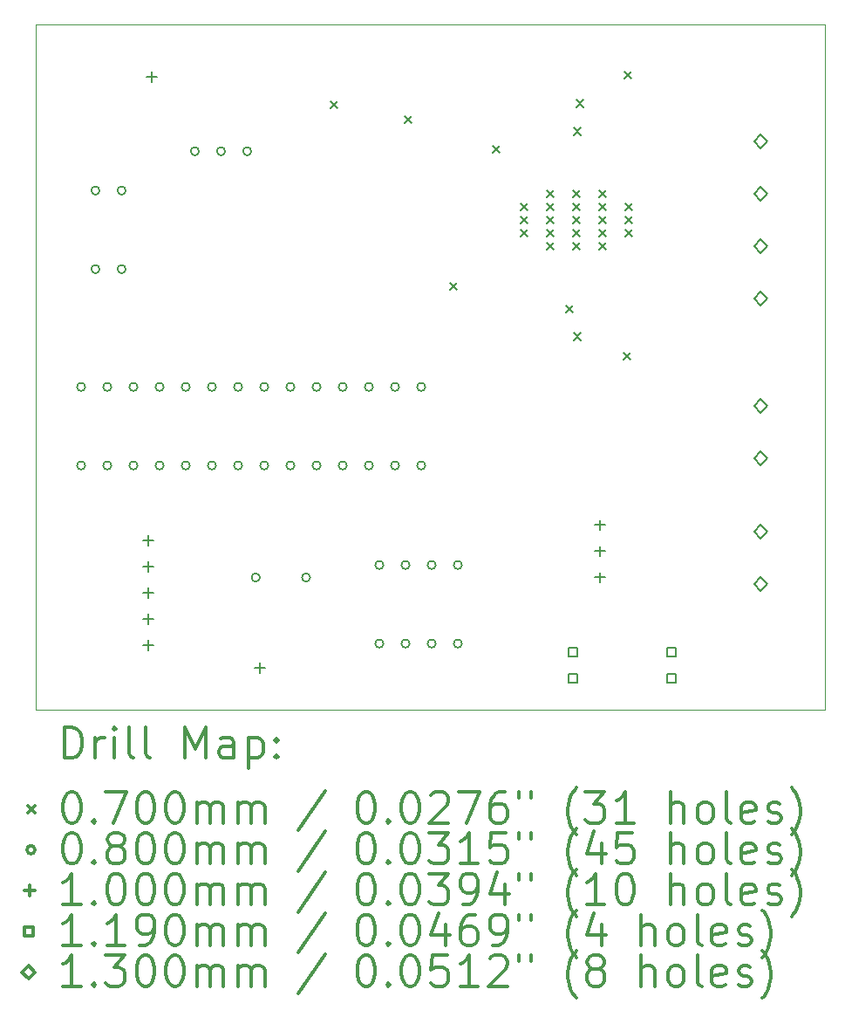
<source format=gbr>
%FSLAX45Y45*%
G04 Gerber Fmt 4.5, Leading zero omitted, Abs format (unit mm)*
G04 Created by KiCad (PCBNEW (5.1.10)-1) date 2022-05-23 16:09:33*
%MOMM*%
%LPD*%
G01*
G04 APERTURE LIST*
%TA.AperFunction,Profile*%
%ADD10C,0.050000*%
%TD*%
%ADD11C,0.200000*%
%ADD12C,0.300000*%
G04 APERTURE END LIST*
D10*
X3930650Y-2495550D02*
X3930650Y-2520950D01*
X11595100Y-2495550D02*
X3930650Y-2495550D01*
X3930650Y-2552700D02*
X3930650Y-2520950D01*
X3930650Y-9144000D02*
X3930650Y-2552700D01*
X11595100Y-9144000D02*
X3930650Y-9144000D01*
X11595100Y-2495550D02*
X11595100Y-9144000D01*
D11*
X6797600Y-3241600D02*
X6867600Y-3311600D01*
X6867600Y-3241600D02*
X6797600Y-3311600D01*
X7515150Y-3387650D02*
X7585150Y-3457650D01*
X7585150Y-3387650D02*
X7515150Y-3457650D01*
X7953300Y-5000550D02*
X8023300Y-5070550D01*
X8023300Y-5000550D02*
X7953300Y-5070550D01*
X8372400Y-3673400D02*
X8442400Y-3743400D01*
X8442400Y-3673400D02*
X8372400Y-3743400D01*
X8639100Y-4232200D02*
X8709100Y-4302200D01*
X8709100Y-4232200D02*
X8639100Y-4302200D01*
X8639100Y-4359200D02*
X8709100Y-4429200D01*
X8709100Y-4359200D02*
X8639100Y-4429200D01*
X8639100Y-4486200D02*
X8709100Y-4556200D01*
X8709100Y-4486200D02*
X8639100Y-4556200D01*
X8893100Y-4105200D02*
X8963100Y-4175200D01*
X8963100Y-4105200D02*
X8893100Y-4175200D01*
X8893100Y-4232200D02*
X8963100Y-4302200D01*
X8963100Y-4232200D02*
X8893100Y-4302200D01*
X8893100Y-4359200D02*
X8963100Y-4429200D01*
X8963100Y-4359200D02*
X8893100Y-4429200D01*
X8893100Y-4486200D02*
X8963100Y-4556200D01*
X8963100Y-4486200D02*
X8893100Y-4556200D01*
X8893100Y-4613200D02*
X8963100Y-4683200D01*
X8963100Y-4613200D02*
X8893100Y-4683200D01*
X9083600Y-5222800D02*
X9153600Y-5292800D01*
X9153600Y-5222800D02*
X9083600Y-5292800D01*
X9147100Y-4105200D02*
X9217100Y-4175200D01*
X9217100Y-4105200D02*
X9147100Y-4175200D01*
X9147100Y-4232200D02*
X9217100Y-4302200D01*
X9217100Y-4232200D02*
X9147100Y-4302200D01*
X9147100Y-4359200D02*
X9217100Y-4429200D01*
X9217100Y-4359200D02*
X9147100Y-4429200D01*
X9147100Y-4486200D02*
X9217100Y-4556200D01*
X9217100Y-4486200D02*
X9147100Y-4556200D01*
X9147100Y-4613200D02*
X9217100Y-4683200D01*
X9217100Y-4613200D02*
X9147100Y-4683200D01*
X9159800Y-3498900D02*
X9229800Y-3568900D01*
X9229800Y-3498900D02*
X9159800Y-3568900D01*
X9159800Y-5489500D02*
X9229800Y-5559500D01*
X9229800Y-5489500D02*
X9159800Y-5559500D01*
X9185200Y-3228900D02*
X9255200Y-3298900D01*
X9255200Y-3228900D02*
X9185200Y-3298900D01*
X9401100Y-4105200D02*
X9471100Y-4175200D01*
X9471100Y-4105200D02*
X9401100Y-4175200D01*
X9401100Y-4232200D02*
X9471100Y-4302200D01*
X9471100Y-4232200D02*
X9401100Y-4302200D01*
X9401100Y-4359200D02*
X9471100Y-4429200D01*
X9471100Y-4359200D02*
X9401100Y-4429200D01*
X9401100Y-4486200D02*
X9471100Y-4556200D01*
X9471100Y-4486200D02*
X9401100Y-4556200D01*
X9401100Y-4613200D02*
X9471100Y-4683200D01*
X9471100Y-4613200D02*
X9401100Y-4683200D01*
X9642400Y-5680000D02*
X9712400Y-5750000D01*
X9712400Y-5680000D02*
X9642400Y-5750000D01*
X9648750Y-2955850D02*
X9718750Y-3025850D01*
X9718750Y-2955850D02*
X9648750Y-3025850D01*
X9655100Y-4232200D02*
X9725100Y-4302200D01*
X9725100Y-4232200D02*
X9655100Y-4302200D01*
X9655100Y-4359200D02*
X9725100Y-4429200D01*
X9725100Y-4359200D02*
X9655100Y-4429200D01*
X9655100Y-4486200D02*
X9725100Y-4556200D01*
X9725100Y-4486200D02*
X9655100Y-4556200D01*
X4415150Y-6013450D02*
G75*
G03*
X4415150Y-6013450I-40000J0D01*
G01*
X4415150Y-6775450D02*
G75*
G03*
X4415150Y-6775450I-40000J0D01*
G01*
X4554850Y-4108450D02*
G75*
G03*
X4554850Y-4108450I-40000J0D01*
G01*
X4554850Y-4870450D02*
G75*
G03*
X4554850Y-4870450I-40000J0D01*
G01*
X4669150Y-6013450D02*
G75*
G03*
X4669150Y-6013450I-40000J0D01*
G01*
X4669150Y-6775450D02*
G75*
G03*
X4669150Y-6775450I-40000J0D01*
G01*
X4808850Y-4108450D02*
G75*
G03*
X4808850Y-4108450I-40000J0D01*
G01*
X4808850Y-4870450D02*
G75*
G03*
X4808850Y-4870450I-40000J0D01*
G01*
X4923150Y-6013450D02*
G75*
G03*
X4923150Y-6013450I-40000J0D01*
G01*
X4923150Y-6775450D02*
G75*
G03*
X4923150Y-6775450I-40000J0D01*
G01*
X5177150Y-6013450D02*
G75*
G03*
X5177150Y-6013450I-40000J0D01*
G01*
X5177150Y-6775450D02*
G75*
G03*
X5177150Y-6775450I-40000J0D01*
G01*
X5431150Y-6013450D02*
G75*
G03*
X5431150Y-6013450I-40000J0D01*
G01*
X5431150Y-6775450D02*
G75*
G03*
X5431150Y-6775450I-40000J0D01*
G01*
X5520050Y-3727450D02*
G75*
G03*
X5520050Y-3727450I-40000J0D01*
G01*
X5685150Y-6013450D02*
G75*
G03*
X5685150Y-6013450I-40000J0D01*
G01*
X5685150Y-6775450D02*
G75*
G03*
X5685150Y-6775450I-40000J0D01*
G01*
X5774050Y-3727450D02*
G75*
G03*
X5774050Y-3727450I-40000J0D01*
G01*
X5939150Y-6013450D02*
G75*
G03*
X5939150Y-6013450I-40000J0D01*
G01*
X5939150Y-6775450D02*
G75*
G03*
X5939150Y-6775450I-40000J0D01*
G01*
X6028050Y-3727450D02*
G75*
G03*
X6028050Y-3727450I-40000J0D01*
G01*
X6110600Y-7861300D02*
G75*
G03*
X6110600Y-7861300I-40000J0D01*
G01*
X6193150Y-6013450D02*
G75*
G03*
X6193150Y-6013450I-40000J0D01*
G01*
X6193150Y-6775450D02*
G75*
G03*
X6193150Y-6775450I-40000J0D01*
G01*
X6447150Y-6013450D02*
G75*
G03*
X6447150Y-6013450I-40000J0D01*
G01*
X6447150Y-6775450D02*
G75*
G03*
X6447150Y-6775450I-40000J0D01*
G01*
X6598600Y-7861300D02*
G75*
G03*
X6598600Y-7861300I-40000J0D01*
G01*
X6701150Y-6013450D02*
G75*
G03*
X6701150Y-6013450I-40000J0D01*
G01*
X6701150Y-6775450D02*
G75*
G03*
X6701150Y-6775450I-40000J0D01*
G01*
X6955150Y-6013450D02*
G75*
G03*
X6955150Y-6013450I-40000J0D01*
G01*
X6955150Y-6775450D02*
G75*
G03*
X6955150Y-6775450I-40000J0D01*
G01*
X7209150Y-6013450D02*
G75*
G03*
X7209150Y-6013450I-40000J0D01*
G01*
X7209150Y-6775450D02*
G75*
G03*
X7209150Y-6775450I-40000J0D01*
G01*
X7310750Y-7740650D02*
G75*
G03*
X7310750Y-7740650I-40000J0D01*
G01*
X7310750Y-8502650D02*
G75*
G03*
X7310750Y-8502650I-40000J0D01*
G01*
X7463150Y-6013450D02*
G75*
G03*
X7463150Y-6013450I-40000J0D01*
G01*
X7463150Y-6775450D02*
G75*
G03*
X7463150Y-6775450I-40000J0D01*
G01*
X7564750Y-7740650D02*
G75*
G03*
X7564750Y-7740650I-40000J0D01*
G01*
X7564750Y-8502650D02*
G75*
G03*
X7564750Y-8502650I-40000J0D01*
G01*
X7717150Y-6013450D02*
G75*
G03*
X7717150Y-6013450I-40000J0D01*
G01*
X7717150Y-6775450D02*
G75*
G03*
X7717150Y-6775450I-40000J0D01*
G01*
X7818750Y-7740650D02*
G75*
G03*
X7818750Y-7740650I-40000J0D01*
G01*
X7818750Y-8502650D02*
G75*
G03*
X7818750Y-8502650I-40000J0D01*
G01*
X8072750Y-7740650D02*
G75*
G03*
X8072750Y-7740650I-40000J0D01*
G01*
X8072750Y-8502650D02*
G75*
G03*
X8072750Y-8502650I-40000J0D01*
G01*
X5029200Y-7449350D02*
X5029200Y-7549350D01*
X4979200Y-7499350D02*
X5079200Y-7499350D01*
X5029200Y-7703350D02*
X5029200Y-7803350D01*
X4979200Y-7753350D02*
X5079200Y-7753350D01*
X5029200Y-7957350D02*
X5029200Y-8057350D01*
X4979200Y-8007350D02*
X5079200Y-8007350D01*
X5029200Y-8211350D02*
X5029200Y-8311350D01*
X4979200Y-8261350D02*
X5079200Y-8261350D01*
X5029200Y-8465350D02*
X5029200Y-8565350D01*
X4979200Y-8515350D02*
X5079200Y-8515350D01*
X5060950Y-2953550D02*
X5060950Y-3053550D01*
X5010950Y-3003550D02*
X5110950Y-3003550D01*
X6108700Y-8687600D02*
X6108700Y-8787600D01*
X6058700Y-8737600D02*
X6158700Y-8737600D01*
X9410700Y-7303300D02*
X9410700Y-7403300D01*
X9360700Y-7353300D02*
X9460700Y-7353300D01*
X9410700Y-7557300D02*
X9410700Y-7657300D01*
X9360700Y-7607300D02*
X9460700Y-7607300D01*
X9410700Y-7811300D02*
X9410700Y-7911300D01*
X9360700Y-7861300D02*
X9460700Y-7861300D01*
X9192423Y-8627273D02*
X9192423Y-8543127D01*
X9108277Y-8543127D01*
X9108277Y-8627273D01*
X9192423Y-8627273D01*
X9192423Y-8881273D02*
X9192423Y-8797127D01*
X9108277Y-8797127D01*
X9108277Y-8881273D01*
X9192423Y-8881273D01*
X10151273Y-8627273D02*
X10151273Y-8543127D01*
X10067127Y-8543127D01*
X10067127Y-8627273D01*
X10151273Y-8627273D01*
X10151273Y-8881273D02*
X10151273Y-8797127D01*
X10067127Y-8797127D01*
X10067127Y-8881273D01*
X10151273Y-8881273D01*
X10972800Y-3697200D02*
X11037800Y-3632200D01*
X10972800Y-3567200D01*
X10907800Y-3632200D01*
X10972800Y-3697200D01*
X10972800Y-4205200D02*
X11037800Y-4140200D01*
X10972800Y-4075200D01*
X10907800Y-4140200D01*
X10972800Y-4205200D01*
X10972800Y-4713200D02*
X11037800Y-4648200D01*
X10972800Y-4583200D01*
X10907800Y-4648200D01*
X10972800Y-4713200D01*
X10972800Y-5221200D02*
X11037800Y-5156200D01*
X10972800Y-5091200D01*
X10907800Y-5156200D01*
X10972800Y-5221200D01*
X10972800Y-6262600D02*
X11037800Y-6197600D01*
X10972800Y-6132600D01*
X10907800Y-6197600D01*
X10972800Y-6262600D01*
X10972800Y-6770600D02*
X11037800Y-6705600D01*
X10972800Y-6640600D01*
X10907800Y-6705600D01*
X10972800Y-6770600D01*
X10972800Y-7481800D02*
X11037800Y-7416800D01*
X10972800Y-7351800D01*
X10907800Y-7416800D01*
X10972800Y-7481800D01*
X10972800Y-7989800D02*
X11037800Y-7924800D01*
X10972800Y-7859800D01*
X10907800Y-7924800D01*
X10972800Y-7989800D01*
D12*
X4214578Y-9612214D02*
X4214578Y-9312214D01*
X4286007Y-9312214D01*
X4328864Y-9326500D01*
X4357436Y-9355072D01*
X4371721Y-9383643D01*
X4386007Y-9440786D01*
X4386007Y-9483643D01*
X4371721Y-9540786D01*
X4357436Y-9569357D01*
X4328864Y-9597929D01*
X4286007Y-9612214D01*
X4214578Y-9612214D01*
X4514578Y-9612214D02*
X4514578Y-9412214D01*
X4514578Y-9469357D02*
X4528864Y-9440786D01*
X4543150Y-9426500D01*
X4571721Y-9412214D01*
X4600293Y-9412214D01*
X4700293Y-9612214D02*
X4700293Y-9412214D01*
X4700293Y-9312214D02*
X4686007Y-9326500D01*
X4700293Y-9340786D01*
X4714578Y-9326500D01*
X4700293Y-9312214D01*
X4700293Y-9340786D01*
X4886007Y-9612214D02*
X4857436Y-9597929D01*
X4843150Y-9569357D01*
X4843150Y-9312214D01*
X5043150Y-9612214D02*
X5014578Y-9597929D01*
X5000293Y-9569357D01*
X5000293Y-9312214D01*
X5386007Y-9612214D02*
X5386007Y-9312214D01*
X5486007Y-9526500D01*
X5586007Y-9312214D01*
X5586007Y-9612214D01*
X5857436Y-9612214D02*
X5857436Y-9455072D01*
X5843150Y-9426500D01*
X5814578Y-9412214D01*
X5757436Y-9412214D01*
X5728864Y-9426500D01*
X5857436Y-9597929D02*
X5828864Y-9612214D01*
X5757436Y-9612214D01*
X5728864Y-9597929D01*
X5714578Y-9569357D01*
X5714578Y-9540786D01*
X5728864Y-9512214D01*
X5757436Y-9497929D01*
X5828864Y-9497929D01*
X5857436Y-9483643D01*
X6000293Y-9412214D02*
X6000293Y-9712214D01*
X6000293Y-9426500D02*
X6028864Y-9412214D01*
X6086007Y-9412214D01*
X6114578Y-9426500D01*
X6128864Y-9440786D01*
X6143150Y-9469357D01*
X6143150Y-9555072D01*
X6128864Y-9583643D01*
X6114578Y-9597929D01*
X6086007Y-9612214D01*
X6028864Y-9612214D01*
X6000293Y-9597929D01*
X6271721Y-9583643D02*
X6286007Y-9597929D01*
X6271721Y-9612214D01*
X6257436Y-9597929D01*
X6271721Y-9583643D01*
X6271721Y-9612214D01*
X6271721Y-9426500D02*
X6286007Y-9440786D01*
X6271721Y-9455072D01*
X6257436Y-9440786D01*
X6271721Y-9426500D01*
X6271721Y-9455072D01*
X3858150Y-10071500D02*
X3928150Y-10141500D01*
X3928150Y-10071500D02*
X3858150Y-10141500D01*
X4271721Y-9942214D02*
X4300293Y-9942214D01*
X4328864Y-9956500D01*
X4343150Y-9970786D01*
X4357436Y-9999357D01*
X4371721Y-10056500D01*
X4371721Y-10127929D01*
X4357436Y-10185072D01*
X4343150Y-10213643D01*
X4328864Y-10227929D01*
X4300293Y-10242214D01*
X4271721Y-10242214D01*
X4243150Y-10227929D01*
X4228864Y-10213643D01*
X4214578Y-10185072D01*
X4200293Y-10127929D01*
X4200293Y-10056500D01*
X4214578Y-9999357D01*
X4228864Y-9970786D01*
X4243150Y-9956500D01*
X4271721Y-9942214D01*
X4500293Y-10213643D02*
X4514578Y-10227929D01*
X4500293Y-10242214D01*
X4486007Y-10227929D01*
X4500293Y-10213643D01*
X4500293Y-10242214D01*
X4614578Y-9942214D02*
X4814578Y-9942214D01*
X4686007Y-10242214D01*
X4986007Y-9942214D02*
X5014578Y-9942214D01*
X5043150Y-9956500D01*
X5057436Y-9970786D01*
X5071721Y-9999357D01*
X5086007Y-10056500D01*
X5086007Y-10127929D01*
X5071721Y-10185072D01*
X5057436Y-10213643D01*
X5043150Y-10227929D01*
X5014578Y-10242214D01*
X4986007Y-10242214D01*
X4957436Y-10227929D01*
X4943150Y-10213643D01*
X4928864Y-10185072D01*
X4914578Y-10127929D01*
X4914578Y-10056500D01*
X4928864Y-9999357D01*
X4943150Y-9970786D01*
X4957436Y-9956500D01*
X4986007Y-9942214D01*
X5271721Y-9942214D02*
X5300293Y-9942214D01*
X5328864Y-9956500D01*
X5343150Y-9970786D01*
X5357436Y-9999357D01*
X5371721Y-10056500D01*
X5371721Y-10127929D01*
X5357436Y-10185072D01*
X5343150Y-10213643D01*
X5328864Y-10227929D01*
X5300293Y-10242214D01*
X5271721Y-10242214D01*
X5243150Y-10227929D01*
X5228864Y-10213643D01*
X5214578Y-10185072D01*
X5200293Y-10127929D01*
X5200293Y-10056500D01*
X5214578Y-9999357D01*
X5228864Y-9970786D01*
X5243150Y-9956500D01*
X5271721Y-9942214D01*
X5500293Y-10242214D02*
X5500293Y-10042214D01*
X5500293Y-10070786D02*
X5514578Y-10056500D01*
X5543150Y-10042214D01*
X5586007Y-10042214D01*
X5614578Y-10056500D01*
X5628864Y-10085072D01*
X5628864Y-10242214D01*
X5628864Y-10085072D02*
X5643150Y-10056500D01*
X5671721Y-10042214D01*
X5714578Y-10042214D01*
X5743150Y-10056500D01*
X5757436Y-10085072D01*
X5757436Y-10242214D01*
X5900293Y-10242214D02*
X5900293Y-10042214D01*
X5900293Y-10070786D02*
X5914578Y-10056500D01*
X5943150Y-10042214D01*
X5986007Y-10042214D01*
X6014578Y-10056500D01*
X6028864Y-10085072D01*
X6028864Y-10242214D01*
X6028864Y-10085072D02*
X6043150Y-10056500D01*
X6071721Y-10042214D01*
X6114578Y-10042214D01*
X6143150Y-10056500D01*
X6157436Y-10085072D01*
X6157436Y-10242214D01*
X6743150Y-9927929D02*
X6486007Y-10313643D01*
X7128864Y-9942214D02*
X7157436Y-9942214D01*
X7186007Y-9956500D01*
X7200293Y-9970786D01*
X7214578Y-9999357D01*
X7228864Y-10056500D01*
X7228864Y-10127929D01*
X7214578Y-10185072D01*
X7200293Y-10213643D01*
X7186007Y-10227929D01*
X7157436Y-10242214D01*
X7128864Y-10242214D01*
X7100293Y-10227929D01*
X7086007Y-10213643D01*
X7071721Y-10185072D01*
X7057436Y-10127929D01*
X7057436Y-10056500D01*
X7071721Y-9999357D01*
X7086007Y-9970786D01*
X7100293Y-9956500D01*
X7128864Y-9942214D01*
X7357436Y-10213643D02*
X7371721Y-10227929D01*
X7357436Y-10242214D01*
X7343150Y-10227929D01*
X7357436Y-10213643D01*
X7357436Y-10242214D01*
X7557436Y-9942214D02*
X7586007Y-9942214D01*
X7614578Y-9956500D01*
X7628864Y-9970786D01*
X7643150Y-9999357D01*
X7657436Y-10056500D01*
X7657436Y-10127929D01*
X7643150Y-10185072D01*
X7628864Y-10213643D01*
X7614578Y-10227929D01*
X7586007Y-10242214D01*
X7557436Y-10242214D01*
X7528864Y-10227929D01*
X7514578Y-10213643D01*
X7500293Y-10185072D01*
X7486007Y-10127929D01*
X7486007Y-10056500D01*
X7500293Y-9999357D01*
X7514578Y-9970786D01*
X7528864Y-9956500D01*
X7557436Y-9942214D01*
X7771721Y-9970786D02*
X7786007Y-9956500D01*
X7814578Y-9942214D01*
X7886007Y-9942214D01*
X7914578Y-9956500D01*
X7928864Y-9970786D01*
X7943150Y-9999357D01*
X7943150Y-10027929D01*
X7928864Y-10070786D01*
X7757436Y-10242214D01*
X7943150Y-10242214D01*
X8043150Y-9942214D02*
X8243150Y-9942214D01*
X8114578Y-10242214D01*
X8486007Y-9942214D02*
X8428864Y-9942214D01*
X8400293Y-9956500D01*
X8386007Y-9970786D01*
X8357436Y-10013643D01*
X8343150Y-10070786D01*
X8343150Y-10185072D01*
X8357436Y-10213643D01*
X8371721Y-10227929D01*
X8400293Y-10242214D01*
X8457436Y-10242214D01*
X8486007Y-10227929D01*
X8500293Y-10213643D01*
X8514578Y-10185072D01*
X8514578Y-10113643D01*
X8500293Y-10085072D01*
X8486007Y-10070786D01*
X8457436Y-10056500D01*
X8400293Y-10056500D01*
X8371721Y-10070786D01*
X8357436Y-10085072D01*
X8343150Y-10113643D01*
X8628864Y-9942214D02*
X8628864Y-9999357D01*
X8743150Y-9942214D02*
X8743150Y-9999357D01*
X9186007Y-10356500D02*
X9171721Y-10342214D01*
X9143150Y-10299357D01*
X9128864Y-10270786D01*
X9114578Y-10227929D01*
X9100293Y-10156500D01*
X9100293Y-10099357D01*
X9114578Y-10027929D01*
X9128864Y-9985072D01*
X9143150Y-9956500D01*
X9171721Y-9913643D01*
X9186007Y-9899357D01*
X9271721Y-9942214D02*
X9457436Y-9942214D01*
X9357436Y-10056500D01*
X9400293Y-10056500D01*
X9428864Y-10070786D01*
X9443150Y-10085072D01*
X9457436Y-10113643D01*
X9457436Y-10185072D01*
X9443150Y-10213643D01*
X9428864Y-10227929D01*
X9400293Y-10242214D01*
X9314578Y-10242214D01*
X9286007Y-10227929D01*
X9271721Y-10213643D01*
X9743150Y-10242214D02*
X9571721Y-10242214D01*
X9657436Y-10242214D02*
X9657436Y-9942214D01*
X9628864Y-9985072D01*
X9600293Y-10013643D01*
X9571721Y-10027929D01*
X10100293Y-10242214D02*
X10100293Y-9942214D01*
X10228864Y-10242214D02*
X10228864Y-10085072D01*
X10214578Y-10056500D01*
X10186007Y-10042214D01*
X10143150Y-10042214D01*
X10114578Y-10056500D01*
X10100293Y-10070786D01*
X10414578Y-10242214D02*
X10386007Y-10227929D01*
X10371721Y-10213643D01*
X10357436Y-10185072D01*
X10357436Y-10099357D01*
X10371721Y-10070786D01*
X10386007Y-10056500D01*
X10414578Y-10042214D01*
X10457436Y-10042214D01*
X10486007Y-10056500D01*
X10500293Y-10070786D01*
X10514578Y-10099357D01*
X10514578Y-10185072D01*
X10500293Y-10213643D01*
X10486007Y-10227929D01*
X10457436Y-10242214D01*
X10414578Y-10242214D01*
X10686007Y-10242214D02*
X10657436Y-10227929D01*
X10643150Y-10199357D01*
X10643150Y-9942214D01*
X10914578Y-10227929D02*
X10886007Y-10242214D01*
X10828864Y-10242214D01*
X10800293Y-10227929D01*
X10786007Y-10199357D01*
X10786007Y-10085072D01*
X10800293Y-10056500D01*
X10828864Y-10042214D01*
X10886007Y-10042214D01*
X10914578Y-10056500D01*
X10928864Y-10085072D01*
X10928864Y-10113643D01*
X10786007Y-10142214D01*
X11043150Y-10227929D02*
X11071721Y-10242214D01*
X11128864Y-10242214D01*
X11157436Y-10227929D01*
X11171721Y-10199357D01*
X11171721Y-10185072D01*
X11157436Y-10156500D01*
X11128864Y-10142214D01*
X11086007Y-10142214D01*
X11057436Y-10127929D01*
X11043150Y-10099357D01*
X11043150Y-10085072D01*
X11057436Y-10056500D01*
X11086007Y-10042214D01*
X11128864Y-10042214D01*
X11157436Y-10056500D01*
X11271721Y-10356500D02*
X11286007Y-10342214D01*
X11314578Y-10299357D01*
X11328864Y-10270786D01*
X11343150Y-10227929D01*
X11357436Y-10156500D01*
X11357436Y-10099357D01*
X11343150Y-10027929D01*
X11328864Y-9985072D01*
X11314578Y-9956500D01*
X11286007Y-9913643D01*
X11271721Y-9899357D01*
X3928150Y-10502500D02*
G75*
G03*
X3928150Y-10502500I-40000J0D01*
G01*
X4271721Y-10338214D02*
X4300293Y-10338214D01*
X4328864Y-10352500D01*
X4343150Y-10366786D01*
X4357436Y-10395357D01*
X4371721Y-10452500D01*
X4371721Y-10523929D01*
X4357436Y-10581072D01*
X4343150Y-10609643D01*
X4328864Y-10623929D01*
X4300293Y-10638214D01*
X4271721Y-10638214D01*
X4243150Y-10623929D01*
X4228864Y-10609643D01*
X4214578Y-10581072D01*
X4200293Y-10523929D01*
X4200293Y-10452500D01*
X4214578Y-10395357D01*
X4228864Y-10366786D01*
X4243150Y-10352500D01*
X4271721Y-10338214D01*
X4500293Y-10609643D02*
X4514578Y-10623929D01*
X4500293Y-10638214D01*
X4486007Y-10623929D01*
X4500293Y-10609643D01*
X4500293Y-10638214D01*
X4686007Y-10466786D02*
X4657436Y-10452500D01*
X4643150Y-10438214D01*
X4628864Y-10409643D01*
X4628864Y-10395357D01*
X4643150Y-10366786D01*
X4657436Y-10352500D01*
X4686007Y-10338214D01*
X4743150Y-10338214D01*
X4771721Y-10352500D01*
X4786007Y-10366786D01*
X4800293Y-10395357D01*
X4800293Y-10409643D01*
X4786007Y-10438214D01*
X4771721Y-10452500D01*
X4743150Y-10466786D01*
X4686007Y-10466786D01*
X4657436Y-10481072D01*
X4643150Y-10495357D01*
X4628864Y-10523929D01*
X4628864Y-10581072D01*
X4643150Y-10609643D01*
X4657436Y-10623929D01*
X4686007Y-10638214D01*
X4743150Y-10638214D01*
X4771721Y-10623929D01*
X4786007Y-10609643D01*
X4800293Y-10581072D01*
X4800293Y-10523929D01*
X4786007Y-10495357D01*
X4771721Y-10481072D01*
X4743150Y-10466786D01*
X4986007Y-10338214D02*
X5014578Y-10338214D01*
X5043150Y-10352500D01*
X5057436Y-10366786D01*
X5071721Y-10395357D01*
X5086007Y-10452500D01*
X5086007Y-10523929D01*
X5071721Y-10581072D01*
X5057436Y-10609643D01*
X5043150Y-10623929D01*
X5014578Y-10638214D01*
X4986007Y-10638214D01*
X4957436Y-10623929D01*
X4943150Y-10609643D01*
X4928864Y-10581072D01*
X4914578Y-10523929D01*
X4914578Y-10452500D01*
X4928864Y-10395357D01*
X4943150Y-10366786D01*
X4957436Y-10352500D01*
X4986007Y-10338214D01*
X5271721Y-10338214D02*
X5300293Y-10338214D01*
X5328864Y-10352500D01*
X5343150Y-10366786D01*
X5357436Y-10395357D01*
X5371721Y-10452500D01*
X5371721Y-10523929D01*
X5357436Y-10581072D01*
X5343150Y-10609643D01*
X5328864Y-10623929D01*
X5300293Y-10638214D01*
X5271721Y-10638214D01*
X5243150Y-10623929D01*
X5228864Y-10609643D01*
X5214578Y-10581072D01*
X5200293Y-10523929D01*
X5200293Y-10452500D01*
X5214578Y-10395357D01*
X5228864Y-10366786D01*
X5243150Y-10352500D01*
X5271721Y-10338214D01*
X5500293Y-10638214D02*
X5500293Y-10438214D01*
X5500293Y-10466786D02*
X5514578Y-10452500D01*
X5543150Y-10438214D01*
X5586007Y-10438214D01*
X5614578Y-10452500D01*
X5628864Y-10481072D01*
X5628864Y-10638214D01*
X5628864Y-10481072D02*
X5643150Y-10452500D01*
X5671721Y-10438214D01*
X5714578Y-10438214D01*
X5743150Y-10452500D01*
X5757436Y-10481072D01*
X5757436Y-10638214D01*
X5900293Y-10638214D02*
X5900293Y-10438214D01*
X5900293Y-10466786D02*
X5914578Y-10452500D01*
X5943150Y-10438214D01*
X5986007Y-10438214D01*
X6014578Y-10452500D01*
X6028864Y-10481072D01*
X6028864Y-10638214D01*
X6028864Y-10481072D02*
X6043150Y-10452500D01*
X6071721Y-10438214D01*
X6114578Y-10438214D01*
X6143150Y-10452500D01*
X6157436Y-10481072D01*
X6157436Y-10638214D01*
X6743150Y-10323929D02*
X6486007Y-10709643D01*
X7128864Y-10338214D02*
X7157436Y-10338214D01*
X7186007Y-10352500D01*
X7200293Y-10366786D01*
X7214578Y-10395357D01*
X7228864Y-10452500D01*
X7228864Y-10523929D01*
X7214578Y-10581072D01*
X7200293Y-10609643D01*
X7186007Y-10623929D01*
X7157436Y-10638214D01*
X7128864Y-10638214D01*
X7100293Y-10623929D01*
X7086007Y-10609643D01*
X7071721Y-10581072D01*
X7057436Y-10523929D01*
X7057436Y-10452500D01*
X7071721Y-10395357D01*
X7086007Y-10366786D01*
X7100293Y-10352500D01*
X7128864Y-10338214D01*
X7357436Y-10609643D02*
X7371721Y-10623929D01*
X7357436Y-10638214D01*
X7343150Y-10623929D01*
X7357436Y-10609643D01*
X7357436Y-10638214D01*
X7557436Y-10338214D02*
X7586007Y-10338214D01*
X7614578Y-10352500D01*
X7628864Y-10366786D01*
X7643150Y-10395357D01*
X7657436Y-10452500D01*
X7657436Y-10523929D01*
X7643150Y-10581072D01*
X7628864Y-10609643D01*
X7614578Y-10623929D01*
X7586007Y-10638214D01*
X7557436Y-10638214D01*
X7528864Y-10623929D01*
X7514578Y-10609643D01*
X7500293Y-10581072D01*
X7486007Y-10523929D01*
X7486007Y-10452500D01*
X7500293Y-10395357D01*
X7514578Y-10366786D01*
X7528864Y-10352500D01*
X7557436Y-10338214D01*
X7757436Y-10338214D02*
X7943150Y-10338214D01*
X7843150Y-10452500D01*
X7886007Y-10452500D01*
X7914578Y-10466786D01*
X7928864Y-10481072D01*
X7943150Y-10509643D01*
X7943150Y-10581072D01*
X7928864Y-10609643D01*
X7914578Y-10623929D01*
X7886007Y-10638214D01*
X7800293Y-10638214D01*
X7771721Y-10623929D01*
X7757436Y-10609643D01*
X8228864Y-10638214D02*
X8057436Y-10638214D01*
X8143150Y-10638214D02*
X8143150Y-10338214D01*
X8114578Y-10381072D01*
X8086007Y-10409643D01*
X8057436Y-10423929D01*
X8500293Y-10338214D02*
X8357436Y-10338214D01*
X8343150Y-10481072D01*
X8357436Y-10466786D01*
X8386007Y-10452500D01*
X8457436Y-10452500D01*
X8486007Y-10466786D01*
X8500293Y-10481072D01*
X8514578Y-10509643D01*
X8514578Y-10581072D01*
X8500293Y-10609643D01*
X8486007Y-10623929D01*
X8457436Y-10638214D01*
X8386007Y-10638214D01*
X8357436Y-10623929D01*
X8343150Y-10609643D01*
X8628864Y-10338214D02*
X8628864Y-10395357D01*
X8743150Y-10338214D02*
X8743150Y-10395357D01*
X9186007Y-10752500D02*
X9171721Y-10738214D01*
X9143150Y-10695357D01*
X9128864Y-10666786D01*
X9114578Y-10623929D01*
X9100293Y-10552500D01*
X9100293Y-10495357D01*
X9114578Y-10423929D01*
X9128864Y-10381072D01*
X9143150Y-10352500D01*
X9171721Y-10309643D01*
X9186007Y-10295357D01*
X9428864Y-10438214D02*
X9428864Y-10638214D01*
X9357436Y-10323929D02*
X9286007Y-10538214D01*
X9471721Y-10538214D01*
X9728864Y-10338214D02*
X9586007Y-10338214D01*
X9571721Y-10481072D01*
X9586007Y-10466786D01*
X9614578Y-10452500D01*
X9686007Y-10452500D01*
X9714578Y-10466786D01*
X9728864Y-10481072D01*
X9743150Y-10509643D01*
X9743150Y-10581072D01*
X9728864Y-10609643D01*
X9714578Y-10623929D01*
X9686007Y-10638214D01*
X9614578Y-10638214D01*
X9586007Y-10623929D01*
X9571721Y-10609643D01*
X10100293Y-10638214D02*
X10100293Y-10338214D01*
X10228864Y-10638214D02*
X10228864Y-10481072D01*
X10214578Y-10452500D01*
X10186007Y-10438214D01*
X10143150Y-10438214D01*
X10114578Y-10452500D01*
X10100293Y-10466786D01*
X10414578Y-10638214D02*
X10386007Y-10623929D01*
X10371721Y-10609643D01*
X10357436Y-10581072D01*
X10357436Y-10495357D01*
X10371721Y-10466786D01*
X10386007Y-10452500D01*
X10414578Y-10438214D01*
X10457436Y-10438214D01*
X10486007Y-10452500D01*
X10500293Y-10466786D01*
X10514578Y-10495357D01*
X10514578Y-10581072D01*
X10500293Y-10609643D01*
X10486007Y-10623929D01*
X10457436Y-10638214D01*
X10414578Y-10638214D01*
X10686007Y-10638214D02*
X10657436Y-10623929D01*
X10643150Y-10595357D01*
X10643150Y-10338214D01*
X10914578Y-10623929D02*
X10886007Y-10638214D01*
X10828864Y-10638214D01*
X10800293Y-10623929D01*
X10786007Y-10595357D01*
X10786007Y-10481072D01*
X10800293Y-10452500D01*
X10828864Y-10438214D01*
X10886007Y-10438214D01*
X10914578Y-10452500D01*
X10928864Y-10481072D01*
X10928864Y-10509643D01*
X10786007Y-10538214D01*
X11043150Y-10623929D02*
X11071721Y-10638214D01*
X11128864Y-10638214D01*
X11157436Y-10623929D01*
X11171721Y-10595357D01*
X11171721Y-10581072D01*
X11157436Y-10552500D01*
X11128864Y-10538214D01*
X11086007Y-10538214D01*
X11057436Y-10523929D01*
X11043150Y-10495357D01*
X11043150Y-10481072D01*
X11057436Y-10452500D01*
X11086007Y-10438214D01*
X11128864Y-10438214D01*
X11157436Y-10452500D01*
X11271721Y-10752500D02*
X11286007Y-10738214D01*
X11314578Y-10695357D01*
X11328864Y-10666786D01*
X11343150Y-10623929D01*
X11357436Y-10552500D01*
X11357436Y-10495357D01*
X11343150Y-10423929D01*
X11328864Y-10381072D01*
X11314578Y-10352500D01*
X11286007Y-10309643D01*
X11271721Y-10295357D01*
X3878150Y-10848500D02*
X3878150Y-10948500D01*
X3828150Y-10898500D02*
X3928150Y-10898500D01*
X4371721Y-11034214D02*
X4200293Y-11034214D01*
X4286007Y-11034214D02*
X4286007Y-10734214D01*
X4257436Y-10777072D01*
X4228864Y-10805643D01*
X4200293Y-10819929D01*
X4500293Y-11005643D02*
X4514578Y-11019929D01*
X4500293Y-11034214D01*
X4486007Y-11019929D01*
X4500293Y-11005643D01*
X4500293Y-11034214D01*
X4700293Y-10734214D02*
X4728864Y-10734214D01*
X4757436Y-10748500D01*
X4771721Y-10762786D01*
X4786007Y-10791357D01*
X4800293Y-10848500D01*
X4800293Y-10919929D01*
X4786007Y-10977072D01*
X4771721Y-11005643D01*
X4757436Y-11019929D01*
X4728864Y-11034214D01*
X4700293Y-11034214D01*
X4671721Y-11019929D01*
X4657436Y-11005643D01*
X4643150Y-10977072D01*
X4628864Y-10919929D01*
X4628864Y-10848500D01*
X4643150Y-10791357D01*
X4657436Y-10762786D01*
X4671721Y-10748500D01*
X4700293Y-10734214D01*
X4986007Y-10734214D02*
X5014578Y-10734214D01*
X5043150Y-10748500D01*
X5057436Y-10762786D01*
X5071721Y-10791357D01*
X5086007Y-10848500D01*
X5086007Y-10919929D01*
X5071721Y-10977072D01*
X5057436Y-11005643D01*
X5043150Y-11019929D01*
X5014578Y-11034214D01*
X4986007Y-11034214D01*
X4957436Y-11019929D01*
X4943150Y-11005643D01*
X4928864Y-10977072D01*
X4914578Y-10919929D01*
X4914578Y-10848500D01*
X4928864Y-10791357D01*
X4943150Y-10762786D01*
X4957436Y-10748500D01*
X4986007Y-10734214D01*
X5271721Y-10734214D02*
X5300293Y-10734214D01*
X5328864Y-10748500D01*
X5343150Y-10762786D01*
X5357436Y-10791357D01*
X5371721Y-10848500D01*
X5371721Y-10919929D01*
X5357436Y-10977072D01*
X5343150Y-11005643D01*
X5328864Y-11019929D01*
X5300293Y-11034214D01*
X5271721Y-11034214D01*
X5243150Y-11019929D01*
X5228864Y-11005643D01*
X5214578Y-10977072D01*
X5200293Y-10919929D01*
X5200293Y-10848500D01*
X5214578Y-10791357D01*
X5228864Y-10762786D01*
X5243150Y-10748500D01*
X5271721Y-10734214D01*
X5500293Y-11034214D02*
X5500293Y-10834214D01*
X5500293Y-10862786D02*
X5514578Y-10848500D01*
X5543150Y-10834214D01*
X5586007Y-10834214D01*
X5614578Y-10848500D01*
X5628864Y-10877072D01*
X5628864Y-11034214D01*
X5628864Y-10877072D02*
X5643150Y-10848500D01*
X5671721Y-10834214D01*
X5714578Y-10834214D01*
X5743150Y-10848500D01*
X5757436Y-10877072D01*
X5757436Y-11034214D01*
X5900293Y-11034214D02*
X5900293Y-10834214D01*
X5900293Y-10862786D02*
X5914578Y-10848500D01*
X5943150Y-10834214D01*
X5986007Y-10834214D01*
X6014578Y-10848500D01*
X6028864Y-10877072D01*
X6028864Y-11034214D01*
X6028864Y-10877072D02*
X6043150Y-10848500D01*
X6071721Y-10834214D01*
X6114578Y-10834214D01*
X6143150Y-10848500D01*
X6157436Y-10877072D01*
X6157436Y-11034214D01*
X6743150Y-10719929D02*
X6486007Y-11105643D01*
X7128864Y-10734214D02*
X7157436Y-10734214D01*
X7186007Y-10748500D01*
X7200293Y-10762786D01*
X7214578Y-10791357D01*
X7228864Y-10848500D01*
X7228864Y-10919929D01*
X7214578Y-10977072D01*
X7200293Y-11005643D01*
X7186007Y-11019929D01*
X7157436Y-11034214D01*
X7128864Y-11034214D01*
X7100293Y-11019929D01*
X7086007Y-11005643D01*
X7071721Y-10977072D01*
X7057436Y-10919929D01*
X7057436Y-10848500D01*
X7071721Y-10791357D01*
X7086007Y-10762786D01*
X7100293Y-10748500D01*
X7128864Y-10734214D01*
X7357436Y-11005643D02*
X7371721Y-11019929D01*
X7357436Y-11034214D01*
X7343150Y-11019929D01*
X7357436Y-11005643D01*
X7357436Y-11034214D01*
X7557436Y-10734214D02*
X7586007Y-10734214D01*
X7614578Y-10748500D01*
X7628864Y-10762786D01*
X7643150Y-10791357D01*
X7657436Y-10848500D01*
X7657436Y-10919929D01*
X7643150Y-10977072D01*
X7628864Y-11005643D01*
X7614578Y-11019929D01*
X7586007Y-11034214D01*
X7557436Y-11034214D01*
X7528864Y-11019929D01*
X7514578Y-11005643D01*
X7500293Y-10977072D01*
X7486007Y-10919929D01*
X7486007Y-10848500D01*
X7500293Y-10791357D01*
X7514578Y-10762786D01*
X7528864Y-10748500D01*
X7557436Y-10734214D01*
X7757436Y-10734214D02*
X7943150Y-10734214D01*
X7843150Y-10848500D01*
X7886007Y-10848500D01*
X7914578Y-10862786D01*
X7928864Y-10877072D01*
X7943150Y-10905643D01*
X7943150Y-10977072D01*
X7928864Y-11005643D01*
X7914578Y-11019929D01*
X7886007Y-11034214D01*
X7800293Y-11034214D01*
X7771721Y-11019929D01*
X7757436Y-11005643D01*
X8086007Y-11034214D02*
X8143150Y-11034214D01*
X8171721Y-11019929D01*
X8186007Y-11005643D01*
X8214578Y-10962786D01*
X8228864Y-10905643D01*
X8228864Y-10791357D01*
X8214578Y-10762786D01*
X8200293Y-10748500D01*
X8171721Y-10734214D01*
X8114578Y-10734214D01*
X8086007Y-10748500D01*
X8071721Y-10762786D01*
X8057436Y-10791357D01*
X8057436Y-10862786D01*
X8071721Y-10891357D01*
X8086007Y-10905643D01*
X8114578Y-10919929D01*
X8171721Y-10919929D01*
X8200293Y-10905643D01*
X8214578Y-10891357D01*
X8228864Y-10862786D01*
X8486007Y-10834214D02*
X8486007Y-11034214D01*
X8414578Y-10719929D02*
X8343150Y-10934214D01*
X8528864Y-10934214D01*
X8628864Y-10734214D02*
X8628864Y-10791357D01*
X8743150Y-10734214D02*
X8743150Y-10791357D01*
X9186007Y-11148500D02*
X9171721Y-11134214D01*
X9143150Y-11091357D01*
X9128864Y-11062786D01*
X9114578Y-11019929D01*
X9100293Y-10948500D01*
X9100293Y-10891357D01*
X9114578Y-10819929D01*
X9128864Y-10777072D01*
X9143150Y-10748500D01*
X9171721Y-10705643D01*
X9186007Y-10691357D01*
X9457436Y-11034214D02*
X9286007Y-11034214D01*
X9371721Y-11034214D02*
X9371721Y-10734214D01*
X9343150Y-10777072D01*
X9314578Y-10805643D01*
X9286007Y-10819929D01*
X9643150Y-10734214D02*
X9671721Y-10734214D01*
X9700293Y-10748500D01*
X9714578Y-10762786D01*
X9728864Y-10791357D01*
X9743150Y-10848500D01*
X9743150Y-10919929D01*
X9728864Y-10977072D01*
X9714578Y-11005643D01*
X9700293Y-11019929D01*
X9671721Y-11034214D01*
X9643150Y-11034214D01*
X9614578Y-11019929D01*
X9600293Y-11005643D01*
X9586007Y-10977072D01*
X9571721Y-10919929D01*
X9571721Y-10848500D01*
X9586007Y-10791357D01*
X9600293Y-10762786D01*
X9614578Y-10748500D01*
X9643150Y-10734214D01*
X10100293Y-11034214D02*
X10100293Y-10734214D01*
X10228864Y-11034214D02*
X10228864Y-10877072D01*
X10214578Y-10848500D01*
X10186007Y-10834214D01*
X10143150Y-10834214D01*
X10114578Y-10848500D01*
X10100293Y-10862786D01*
X10414578Y-11034214D02*
X10386007Y-11019929D01*
X10371721Y-11005643D01*
X10357436Y-10977072D01*
X10357436Y-10891357D01*
X10371721Y-10862786D01*
X10386007Y-10848500D01*
X10414578Y-10834214D01*
X10457436Y-10834214D01*
X10486007Y-10848500D01*
X10500293Y-10862786D01*
X10514578Y-10891357D01*
X10514578Y-10977072D01*
X10500293Y-11005643D01*
X10486007Y-11019929D01*
X10457436Y-11034214D01*
X10414578Y-11034214D01*
X10686007Y-11034214D02*
X10657436Y-11019929D01*
X10643150Y-10991357D01*
X10643150Y-10734214D01*
X10914578Y-11019929D02*
X10886007Y-11034214D01*
X10828864Y-11034214D01*
X10800293Y-11019929D01*
X10786007Y-10991357D01*
X10786007Y-10877072D01*
X10800293Y-10848500D01*
X10828864Y-10834214D01*
X10886007Y-10834214D01*
X10914578Y-10848500D01*
X10928864Y-10877072D01*
X10928864Y-10905643D01*
X10786007Y-10934214D01*
X11043150Y-11019929D02*
X11071721Y-11034214D01*
X11128864Y-11034214D01*
X11157436Y-11019929D01*
X11171721Y-10991357D01*
X11171721Y-10977072D01*
X11157436Y-10948500D01*
X11128864Y-10934214D01*
X11086007Y-10934214D01*
X11057436Y-10919929D01*
X11043150Y-10891357D01*
X11043150Y-10877072D01*
X11057436Y-10848500D01*
X11086007Y-10834214D01*
X11128864Y-10834214D01*
X11157436Y-10848500D01*
X11271721Y-11148500D02*
X11286007Y-11134214D01*
X11314578Y-11091357D01*
X11328864Y-11062786D01*
X11343150Y-11019929D01*
X11357436Y-10948500D01*
X11357436Y-10891357D01*
X11343150Y-10819929D01*
X11328864Y-10777072D01*
X11314578Y-10748500D01*
X11286007Y-10705643D01*
X11271721Y-10691357D01*
X3910723Y-11336573D02*
X3910723Y-11252427D01*
X3826577Y-11252427D01*
X3826577Y-11336573D01*
X3910723Y-11336573D01*
X4371721Y-11430214D02*
X4200293Y-11430214D01*
X4286007Y-11430214D02*
X4286007Y-11130214D01*
X4257436Y-11173072D01*
X4228864Y-11201643D01*
X4200293Y-11215929D01*
X4500293Y-11401643D02*
X4514578Y-11415929D01*
X4500293Y-11430214D01*
X4486007Y-11415929D01*
X4500293Y-11401643D01*
X4500293Y-11430214D01*
X4800293Y-11430214D02*
X4628864Y-11430214D01*
X4714578Y-11430214D02*
X4714578Y-11130214D01*
X4686007Y-11173072D01*
X4657436Y-11201643D01*
X4628864Y-11215929D01*
X4943150Y-11430214D02*
X5000293Y-11430214D01*
X5028864Y-11415929D01*
X5043150Y-11401643D01*
X5071721Y-11358786D01*
X5086007Y-11301643D01*
X5086007Y-11187357D01*
X5071721Y-11158786D01*
X5057436Y-11144500D01*
X5028864Y-11130214D01*
X4971721Y-11130214D01*
X4943150Y-11144500D01*
X4928864Y-11158786D01*
X4914578Y-11187357D01*
X4914578Y-11258786D01*
X4928864Y-11287357D01*
X4943150Y-11301643D01*
X4971721Y-11315929D01*
X5028864Y-11315929D01*
X5057436Y-11301643D01*
X5071721Y-11287357D01*
X5086007Y-11258786D01*
X5271721Y-11130214D02*
X5300293Y-11130214D01*
X5328864Y-11144500D01*
X5343150Y-11158786D01*
X5357436Y-11187357D01*
X5371721Y-11244500D01*
X5371721Y-11315929D01*
X5357436Y-11373071D01*
X5343150Y-11401643D01*
X5328864Y-11415929D01*
X5300293Y-11430214D01*
X5271721Y-11430214D01*
X5243150Y-11415929D01*
X5228864Y-11401643D01*
X5214578Y-11373071D01*
X5200293Y-11315929D01*
X5200293Y-11244500D01*
X5214578Y-11187357D01*
X5228864Y-11158786D01*
X5243150Y-11144500D01*
X5271721Y-11130214D01*
X5500293Y-11430214D02*
X5500293Y-11230214D01*
X5500293Y-11258786D02*
X5514578Y-11244500D01*
X5543150Y-11230214D01*
X5586007Y-11230214D01*
X5614578Y-11244500D01*
X5628864Y-11273071D01*
X5628864Y-11430214D01*
X5628864Y-11273071D02*
X5643150Y-11244500D01*
X5671721Y-11230214D01*
X5714578Y-11230214D01*
X5743150Y-11244500D01*
X5757436Y-11273071D01*
X5757436Y-11430214D01*
X5900293Y-11430214D02*
X5900293Y-11230214D01*
X5900293Y-11258786D02*
X5914578Y-11244500D01*
X5943150Y-11230214D01*
X5986007Y-11230214D01*
X6014578Y-11244500D01*
X6028864Y-11273071D01*
X6028864Y-11430214D01*
X6028864Y-11273071D02*
X6043150Y-11244500D01*
X6071721Y-11230214D01*
X6114578Y-11230214D01*
X6143150Y-11244500D01*
X6157436Y-11273071D01*
X6157436Y-11430214D01*
X6743150Y-11115929D02*
X6486007Y-11501643D01*
X7128864Y-11130214D02*
X7157436Y-11130214D01*
X7186007Y-11144500D01*
X7200293Y-11158786D01*
X7214578Y-11187357D01*
X7228864Y-11244500D01*
X7228864Y-11315929D01*
X7214578Y-11373071D01*
X7200293Y-11401643D01*
X7186007Y-11415929D01*
X7157436Y-11430214D01*
X7128864Y-11430214D01*
X7100293Y-11415929D01*
X7086007Y-11401643D01*
X7071721Y-11373071D01*
X7057436Y-11315929D01*
X7057436Y-11244500D01*
X7071721Y-11187357D01*
X7086007Y-11158786D01*
X7100293Y-11144500D01*
X7128864Y-11130214D01*
X7357436Y-11401643D02*
X7371721Y-11415929D01*
X7357436Y-11430214D01*
X7343150Y-11415929D01*
X7357436Y-11401643D01*
X7357436Y-11430214D01*
X7557436Y-11130214D02*
X7586007Y-11130214D01*
X7614578Y-11144500D01*
X7628864Y-11158786D01*
X7643150Y-11187357D01*
X7657436Y-11244500D01*
X7657436Y-11315929D01*
X7643150Y-11373071D01*
X7628864Y-11401643D01*
X7614578Y-11415929D01*
X7586007Y-11430214D01*
X7557436Y-11430214D01*
X7528864Y-11415929D01*
X7514578Y-11401643D01*
X7500293Y-11373071D01*
X7486007Y-11315929D01*
X7486007Y-11244500D01*
X7500293Y-11187357D01*
X7514578Y-11158786D01*
X7528864Y-11144500D01*
X7557436Y-11130214D01*
X7914578Y-11230214D02*
X7914578Y-11430214D01*
X7843150Y-11115929D02*
X7771721Y-11330214D01*
X7957436Y-11330214D01*
X8200293Y-11130214D02*
X8143150Y-11130214D01*
X8114578Y-11144500D01*
X8100293Y-11158786D01*
X8071721Y-11201643D01*
X8057436Y-11258786D01*
X8057436Y-11373071D01*
X8071721Y-11401643D01*
X8086007Y-11415929D01*
X8114578Y-11430214D01*
X8171721Y-11430214D01*
X8200293Y-11415929D01*
X8214578Y-11401643D01*
X8228864Y-11373071D01*
X8228864Y-11301643D01*
X8214578Y-11273071D01*
X8200293Y-11258786D01*
X8171721Y-11244500D01*
X8114578Y-11244500D01*
X8086007Y-11258786D01*
X8071721Y-11273071D01*
X8057436Y-11301643D01*
X8371721Y-11430214D02*
X8428864Y-11430214D01*
X8457436Y-11415929D01*
X8471721Y-11401643D01*
X8500293Y-11358786D01*
X8514578Y-11301643D01*
X8514578Y-11187357D01*
X8500293Y-11158786D01*
X8486007Y-11144500D01*
X8457436Y-11130214D01*
X8400293Y-11130214D01*
X8371721Y-11144500D01*
X8357436Y-11158786D01*
X8343150Y-11187357D01*
X8343150Y-11258786D01*
X8357436Y-11287357D01*
X8371721Y-11301643D01*
X8400293Y-11315929D01*
X8457436Y-11315929D01*
X8486007Y-11301643D01*
X8500293Y-11287357D01*
X8514578Y-11258786D01*
X8628864Y-11130214D02*
X8628864Y-11187357D01*
X8743150Y-11130214D02*
X8743150Y-11187357D01*
X9186007Y-11544500D02*
X9171721Y-11530214D01*
X9143150Y-11487357D01*
X9128864Y-11458786D01*
X9114578Y-11415929D01*
X9100293Y-11344500D01*
X9100293Y-11287357D01*
X9114578Y-11215929D01*
X9128864Y-11173072D01*
X9143150Y-11144500D01*
X9171721Y-11101643D01*
X9186007Y-11087357D01*
X9428864Y-11230214D02*
X9428864Y-11430214D01*
X9357436Y-11115929D02*
X9286007Y-11330214D01*
X9471721Y-11330214D01*
X9814578Y-11430214D02*
X9814578Y-11130214D01*
X9943150Y-11430214D02*
X9943150Y-11273071D01*
X9928864Y-11244500D01*
X9900293Y-11230214D01*
X9857436Y-11230214D01*
X9828864Y-11244500D01*
X9814578Y-11258786D01*
X10128864Y-11430214D02*
X10100293Y-11415929D01*
X10086007Y-11401643D01*
X10071721Y-11373071D01*
X10071721Y-11287357D01*
X10086007Y-11258786D01*
X10100293Y-11244500D01*
X10128864Y-11230214D01*
X10171721Y-11230214D01*
X10200293Y-11244500D01*
X10214578Y-11258786D01*
X10228864Y-11287357D01*
X10228864Y-11373071D01*
X10214578Y-11401643D01*
X10200293Y-11415929D01*
X10171721Y-11430214D01*
X10128864Y-11430214D01*
X10400293Y-11430214D02*
X10371721Y-11415929D01*
X10357436Y-11387357D01*
X10357436Y-11130214D01*
X10628864Y-11415929D02*
X10600293Y-11430214D01*
X10543150Y-11430214D01*
X10514578Y-11415929D01*
X10500293Y-11387357D01*
X10500293Y-11273071D01*
X10514578Y-11244500D01*
X10543150Y-11230214D01*
X10600293Y-11230214D01*
X10628864Y-11244500D01*
X10643150Y-11273071D01*
X10643150Y-11301643D01*
X10500293Y-11330214D01*
X10757436Y-11415929D02*
X10786007Y-11430214D01*
X10843150Y-11430214D01*
X10871721Y-11415929D01*
X10886007Y-11387357D01*
X10886007Y-11373071D01*
X10871721Y-11344500D01*
X10843150Y-11330214D01*
X10800293Y-11330214D01*
X10771721Y-11315929D01*
X10757436Y-11287357D01*
X10757436Y-11273071D01*
X10771721Y-11244500D01*
X10800293Y-11230214D01*
X10843150Y-11230214D01*
X10871721Y-11244500D01*
X10986007Y-11544500D02*
X11000293Y-11530214D01*
X11028864Y-11487357D01*
X11043150Y-11458786D01*
X11057436Y-11415929D01*
X11071721Y-11344500D01*
X11071721Y-11287357D01*
X11057436Y-11215929D01*
X11043150Y-11173072D01*
X11028864Y-11144500D01*
X11000293Y-11101643D01*
X10986007Y-11087357D01*
X3863150Y-11755500D02*
X3928150Y-11690500D01*
X3863150Y-11625500D01*
X3798150Y-11690500D01*
X3863150Y-11755500D01*
X4371721Y-11826214D02*
X4200293Y-11826214D01*
X4286007Y-11826214D02*
X4286007Y-11526214D01*
X4257436Y-11569071D01*
X4228864Y-11597643D01*
X4200293Y-11611929D01*
X4500293Y-11797643D02*
X4514578Y-11811929D01*
X4500293Y-11826214D01*
X4486007Y-11811929D01*
X4500293Y-11797643D01*
X4500293Y-11826214D01*
X4614578Y-11526214D02*
X4800293Y-11526214D01*
X4700293Y-11640500D01*
X4743150Y-11640500D01*
X4771721Y-11654786D01*
X4786007Y-11669071D01*
X4800293Y-11697643D01*
X4800293Y-11769071D01*
X4786007Y-11797643D01*
X4771721Y-11811929D01*
X4743150Y-11826214D01*
X4657436Y-11826214D01*
X4628864Y-11811929D01*
X4614578Y-11797643D01*
X4986007Y-11526214D02*
X5014578Y-11526214D01*
X5043150Y-11540500D01*
X5057436Y-11554786D01*
X5071721Y-11583357D01*
X5086007Y-11640500D01*
X5086007Y-11711929D01*
X5071721Y-11769071D01*
X5057436Y-11797643D01*
X5043150Y-11811929D01*
X5014578Y-11826214D01*
X4986007Y-11826214D01*
X4957436Y-11811929D01*
X4943150Y-11797643D01*
X4928864Y-11769071D01*
X4914578Y-11711929D01*
X4914578Y-11640500D01*
X4928864Y-11583357D01*
X4943150Y-11554786D01*
X4957436Y-11540500D01*
X4986007Y-11526214D01*
X5271721Y-11526214D02*
X5300293Y-11526214D01*
X5328864Y-11540500D01*
X5343150Y-11554786D01*
X5357436Y-11583357D01*
X5371721Y-11640500D01*
X5371721Y-11711929D01*
X5357436Y-11769071D01*
X5343150Y-11797643D01*
X5328864Y-11811929D01*
X5300293Y-11826214D01*
X5271721Y-11826214D01*
X5243150Y-11811929D01*
X5228864Y-11797643D01*
X5214578Y-11769071D01*
X5200293Y-11711929D01*
X5200293Y-11640500D01*
X5214578Y-11583357D01*
X5228864Y-11554786D01*
X5243150Y-11540500D01*
X5271721Y-11526214D01*
X5500293Y-11826214D02*
X5500293Y-11626214D01*
X5500293Y-11654786D02*
X5514578Y-11640500D01*
X5543150Y-11626214D01*
X5586007Y-11626214D01*
X5614578Y-11640500D01*
X5628864Y-11669071D01*
X5628864Y-11826214D01*
X5628864Y-11669071D02*
X5643150Y-11640500D01*
X5671721Y-11626214D01*
X5714578Y-11626214D01*
X5743150Y-11640500D01*
X5757436Y-11669071D01*
X5757436Y-11826214D01*
X5900293Y-11826214D02*
X5900293Y-11626214D01*
X5900293Y-11654786D02*
X5914578Y-11640500D01*
X5943150Y-11626214D01*
X5986007Y-11626214D01*
X6014578Y-11640500D01*
X6028864Y-11669071D01*
X6028864Y-11826214D01*
X6028864Y-11669071D02*
X6043150Y-11640500D01*
X6071721Y-11626214D01*
X6114578Y-11626214D01*
X6143150Y-11640500D01*
X6157436Y-11669071D01*
X6157436Y-11826214D01*
X6743150Y-11511929D02*
X6486007Y-11897643D01*
X7128864Y-11526214D02*
X7157436Y-11526214D01*
X7186007Y-11540500D01*
X7200293Y-11554786D01*
X7214578Y-11583357D01*
X7228864Y-11640500D01*
X7228864Y-11711929D01*
X7214578Y-11769071D01*
X7200293Y-11797643D01*
X7186007Y-11811929D01*
X7157436Y-11826214D01*
X7128864Y-11826214D01*
X7100293Y-11811929D01*
X7086007Y-11797643D01*
X7071721Y-11769071D01*
X7057436Y-11711929D01*
X7057436Y-11640500D01*
X7071721Y-11583357D01*
X7086007Y-11554786D01*
X7100293Y-11540500D01*
X7128864Y-11526214D01*
X7357436Y-11797643D02*
X7371721Y-11811929D01*
X7357436Y-11826214D01*
X7343150Y-11811929D01*
X7357436Y-11797643D01*
X7357436Y-11826214D01*
X7557436Y-11526214D02*
X7586007Y-11526214D01*
X7614578Y-11540500D01*
X7628864Y-11554786D01*
X7643150Y-11583357D01*
X7657436Y-11640500D01*
X7657436Y-11711929D01*
X7643150Y-11769071D01*
X7628864Y-11797643D01*
X7614578Y-11811929D01*
X7586007Y-11826214D01*
X7557436Y-11826214D01*
X7528864Y-11811929D01*
X7514578Y-11797643D01*
X7500293Y-11769071D01*
X7486007Y-11711929D01*
X7486007Y-11640500D01*
X7500293Y-11583357D01*
X7514578Y-11554786D01*
X7528864Y-11540500D01*
X7557436Y-11526214D01*
X7928864Y-11526214D02*
X7786007Y-11526214D01*
X7771721Y-11669071D01*
X7786007Y-11654786D01*
X7814578Y-11640500D01*
X7886007Y-11640500D01*
X7914578Y-11654786D01*
X7928864Y-11669071D01*
X7943150Y-11697643D01*
X7943150Y-11769071D01*
X7928864Y-11797643D01*
X7914578Y-11811929D01*
X7886007Y-11826214D01*
X7814578Y-11826214D01*
X7786007Y-11811929D01*
X7771721Y-11797643D01*
X8228864Y-11826214D02*
X8057436Y-11826214D01*
X8143150Y-11826214D02*
X8143150Y-11526214D01*
X8114578Y-11569071D01*
X8086007Y-11597643D01*
X8057436Y-11611929D01*
X8343150Y-11554786D02*
X8357436Y-11540500D01*
X8386007Y-11526214D01*
X8457436Y-11526214D01*
X8486007Y-11540500D01*
X8500293Y-11554786D01*
X8514578Y-11583357D01*
X8514578Y-11611929D01*
X8500293Y-11654786D01*
X8328864Y-11826214D01*
X8514578Y-11826214D01*
X8628864Y-11526214D02*
X8628864Y-11583357D01*
X8743150Y-11526214D02*
X8743150Y-11583357D01*
X9186007Y-11940500D02*
X9171721Y-11926214D01*
X9143150Y-11883357D01*
X9128864Y-11854786D01*
X9114578Y-11811929D01*
X9100293Y-11740500D01*
X9100293Y-11683357D01*
X9114578Y-11611929D01*
X9128864Y-11569071D01*
X9143150Y-11540500D01*
X9171721Y-11497643D01*
X9186007Y-11483357D01*
X9343150Y-11654786D02*
X9314578Y-11640500D01*
X9300293Y-11626214D01*
X9286007Y-11597643D01*
X9286007Y-11583357D01*
X9300293Y-11554786D01*
X9314578Y-11540500D01*
X9343150Y-11526214D01*
X9400293Y-11526214D01*
X9428864Y-11540500D01*
X9443150Y-11554786D01*
X9457436Y-11583357D01*
X9457436Y-11597643D01*
X9443150Y-11626214D01*
X9428864Y-11640500D01*
X9400293Y-11654786D01*
X9343150Y-11654786D01*
X9314578Y-11669071D01*
X9300293Y-11683357D01*
X9286007Y-11711929D01*
X9286007Y-11769071D01*
X9300293Y-11797643D01*
X9314578Y-11811929D01*
X9343150Y-11826214D01*
X9400293Y-11826214D01*
X9428864Y-11811929D01*
X9443150Y-11797643D01*
X9457436Y-11769071D01*
X9457436Y-11711929D01*
X9443150Y-11683357D01*
X9428864Y-11669071D01*
X9400293Y-11654786D01*
X9814578Y-11826214D02*
X9814578Y-11526214D01*
X9943150Y-11826214D02*
X9943150Y-11669071D01*
X9928864Y-11640500D01*
X9900293Y-11626214D01*
X9857436Y-11626214D01*
X9828864Y-11640500D01*
X9814578Y-11654786D01*
X10128864Y-11826214D02*
X10100293Y-11811929D01*
X10086007Y-11797643D01*
X10071721Y-11769071D01*
X10071721Y-11683357D01*
X10086007Y-11654786D01*
X10100293Y-11640500D01*
X10128864Y-11626214D01*
X10171721Y-11626214D01*
X10200293Y-11640500D01*
X10214578Y-11654786D01*
X10228864Y-11683357D01*
X10228864Y-11769071D01*
X10214578Y-11797643D01*
X10200293Y-11811929D01*
X10171721Y-11826214D01*
X10128864Y-11826214D01*
X10400293Y-11826214D02*
X10371721Y-11811929D01*
X10357436Y-11783357D01*
X10357436Y-11526214D01*
X10628864Y-11811929D02*
X10600293Y-11826214D01*
X10543150Y-11826214D01*
X10514578Y-11811929D01*
X10500293Y-11783357D01*
X10500293Y-11669071D01*
X10514578Y-11640500D01*
X10543150Y-11626214D01*
X10600293Y-11626214D01*
X10628864Y-11640500D01*
X10643150Y-11669071D01*
X10643150Y-11697643D01*
X10500293Y-11726214D01*
X10757436Y-11811929D02*
X10786007Y-11826214D01*
X10843150Y-11826214D01*
X10871721Y-11811929D01*
X10886007Y-11783357D01*
X10886007Y-11769071D01*
X10871721Y-11740500D01*
X10843150Y-11726214D01*
X10800293Y-11726214D01*
X10771721Y-11711929D01*
X10757436Y-11683357D01*
X10757436Y-11669071D01*
X10771721Y-11640500D01*
X10800293Y-11626214D01*
X10843150Y-11626214D01*
X10871721Y-11640500D01*
X10986007Y-11940500D02*
X11000293Y-11926214D01*
X11028864Y-11883357D01*
X11043150Y-11854786D01*
X11057436Y-11811929D01*
X11071721Y-11740500D01*
X11071721Y-11683357D01*
X11057436Y-11611929D01*
X11043150Y-11569071D01*
X11028864Y-11540500D01*
X11000293Y-11497643D01*
X10986007Y-11483357D01*
M02*

</source>
